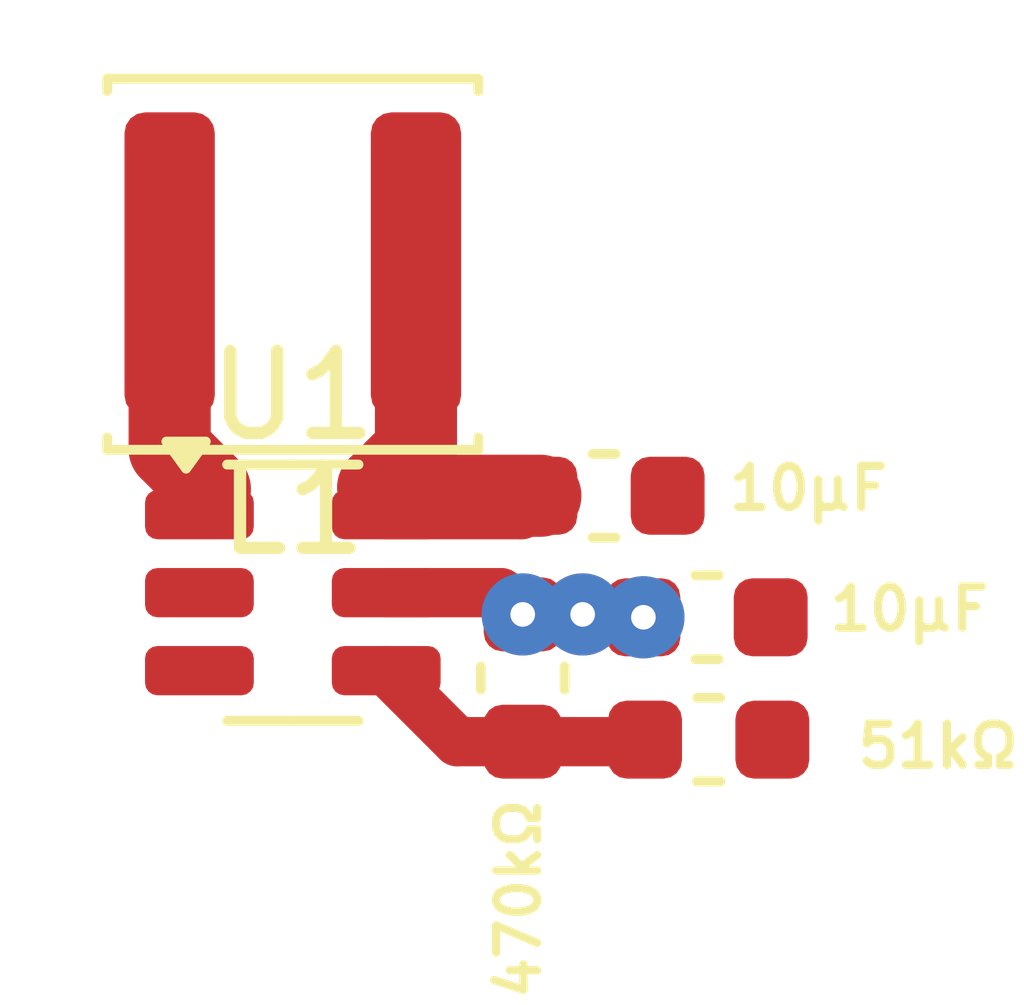
<source format=kicad_pcb>
(kicad_pcb (version 20241229) (generator "pcbnew") (generator_version "9.0")
  (layers (0 "F.Cu" signal) (2 "B.Cu" signal) (13 "F.Paste" user) (15 "B.Paste" user) (5 "F.SilkS" user "F.Silkscreen") (7 "B.SilkS" user "B.Silkscreen") (1 "F.Mask" user) (3 "B.Mask" user) (25 "Edge.Cuts" user))
  (net 0 "")
  (net 1 "RAW")
  (net 2 "GND")
  (net 3 "V_OUT")
  (net 4 "Net-(U1-SW)")
  (net 5 "Net-(U1-V_{FB})")
  (net 6 "GPIO")
  (footprint "Capacitor_SMD:C_0603_1608Metric" (layer "F.Cu") (at 153.79 98.82)
    (property "Reference" "C1" (hide yes))
    (property "Value" "10μF" (at 2.49 -0.09 0) (layer "F.SilkS") (effects (font (size 0.5 0.5) (thickness 0.1) (bold yes))))
    (fp_line (start -0.14058 -0.51) (end 0.14058 -0.51) (stroke (width 0.12)) (layer "F.SilkS"))
    (fp_line (start -0.14058 0.51) (end 0.14058 0.51) (stroke (width 0.12)) (layer "F.SilkS"))
    (pad "1" smd roundrect (at -0.775 0) (size 0.9 0.95) (layers "F.Cu" "F.Mask" "F.Paste") (net 1 "RAW"))
    (pad "2" smd roundrect (at 0.775 0) (size 0.9 0.95) (layers "F.Cu" "F.Mask" "F.Paste") (net 2 "GND"))
  )
  (footprint "Capacitor_SMD:C_0603_1608Metric" (layer "F.Cu") (at 155.065 101.79)
    (property "Reference" "R2" (hide yes))
    (property "Value" "51kΩ" (at 2.795 0.08 0) (layer "F.SilkS") (effects (font (size 0.5 0.5) (thickness 0.1) (bold yes))))
    (fp_line (start -0.14058 -0.51) (end 0.14058 -0.51) (stroke (width 0.12)) (layer "F.SilkS"))
    (fp_line (start -0.14058 0.51) (end 0.14058 0.51) (stroke (width 0.12)) (layer "F.SilkS"))
    (pad "1" smd roundrect (at -0.775 0) (size 0.9 0.95) (layers "F.Cu" "F.Mask" "F.Paste") (net 5 "Net-(U1-V_{FB})"))
    (pad "2" smd roundrect (at 0.775 0) (size 0.9 0.95) (layers "F.Cu" "F.Mask" "F.Paste") (net 2 "GND"))
  )
  (footprint "Capacitor_SMD:C_0603_1608Metric" (layer "F.Cu") (at 152.8 101.04 -90)
    (property "Reference" "R1" (hide yes))
    (property "Value" "470kΩ" (at 2.69 0.05 90) (layer "F.SilkS") (effects (font (size 0.5 0.5) (thickness 0.1) (bold yes))))
    (fp_line (start -0.14058 0.51) (end 0.14058 0.51) (stroke (width 0.12)) (layer "F.SilkS"))
    (fp_line (start -0.14058 -0.51) (end 0.14058 -0.51) (stroke (width 0.12)) (layer "F.SilkS"))
    (pad "1" smd roundrect (at -0.775 0 270) (size 0.9 0.95) (layers "F.Cu" "F.Mask" "F.Paste") (net 3 "V_OUT"))
    (pad "2" smd roundrect (at 0.775 0 270) (size 0.9 0.95) (layers "F.Cu" "F.Mask" "F.Paste") (net 5 "Net-(U1-V_{FB})"))
  )
  (footprint "Package_TO_SOT_SMD:SOT-23-6" (layer "F.Cu") (at 150 100)
    (property "Reference" "U1" (at 0 -2.4 0) (layer "F.SilkS"))
    (property "Value" "TLV61070ADBV")
    (fp_line (start 0 -1.56) (end -0.8 -1.56) (stroke (width 0.12)) (layer "F.SilkS"))
    (fp_line (start 0 -1.56) (end 0.8 -1.56) (stroke (width 0.12)) (layer "F.SilkS"))
    (fp_line (start 0 1.56) (end -0.8 1.56) (stroke (width 0.12)) (layer "F.SilkS"))
    (fp_line (start 0 1.56) (end 0.8 1.56) (stroke (width 0.12)) (layer "F.SilkS"))
    (fp_poly (pts (xy -1.3 -1.51) (xy -1.54 -1.84) (xy -1.06 -1.84)) (stroke (width 0.12)) (fill yes) (layer "F.SilkS"))
    (pad "1" smd roundrect (at -1.1375 -0.95) (size 1.325 0.6) (layers "F.Cu" "F.Mask" "F.Paste") (net 4 "Net-(U1-SW)"))
    (pad "2" smd roundrect (at -1.1375 0) (size 1.325 0.6) (layers "F.Cu" "F.Mask" "F.Paste") (net 2 "GND"))
    (pad "3" smd roundrect (at -1.1375 0.95) (size 1.325 0.6) (layers "F.Cu" "F.Mask" "F.Paste") (net 6 "GPIO"))
    (pad "4" smd roundrect (at 1.1375 0.95) (size 1.325 0.6) (layers "F.Cu" "F.Mask" "F.Paste") (net 5 "Net-(U1-V_{FB})"))
    (pad "5" smd roundrect (at 1.1375 0) (size 1.325 0.6) (layers "F.Cu" "F.Mask" "F.Paste") (net 3 "V_OUT"))
    (pad "6" smd roundrect (at 1.1375 -0.95) (size 1.325 0.6) (layers "F.Cu" "F.Mask" "F.Paste") (net 1 "RAW"))
  )
  (footprint "Capacitor_SMD:C_0603_1608Metric" (layer "F.Cu") (at 155.045 100.3)
    (property "Reference" "C2" (hide yes))
    (property "Value" "10μF" (at 2.465 -0.1 0) (layer "F.SilkS") (effects (font (size 0.5 0.5) (thickness 0.1) (bold yes))))
    (fp_line (start -0.14058 -0.51) (end 0.14058 -0.51) (stroke (width 0.12)) (layer "F.SilkS"))
    (fp_line (start -0.14058 0.51) (end 0.14058 0.51) (stroke (width 0.12)) (layer "F.SilkS"))
    (pad "1" smd roundrect (at -0.775 0) (size 0.9 0.95) (layers "F.Cu" "F.Mask" "F.Paste") (net 3 "V_OUT"))
    (pad "2" smd roundrect (at 0.775 0) (size 0.9 0.95) (layers "F.Cu" "F.Mask" "F.Paste") (net 2 "GND"))
  )
  (footprint "Inductor_SMD:L_Changjiang_FNR4030S" (layer "F.Cu") (at 150 96 180)
    (property "Reference" "L1" (at 0 -3 0) (layer "F.SilkS"))
    (property "Value" "2.2μH")
    (fp_line (start 2.26 2.26) (end 2.26 2.11) (stroke (width 0.12)) (layer "F.SilkS"))
    (fp_line (start 2.26 -2.26) (end 2.26 -2.11) (stroke (width 0.12)) (layer "F.SilkS"))
    (fp_line (start -2.26 2.26) (end 2.26 2.26) (stroke (width 0.12)) (layer "F.SilkS"))
    (fp_line (start -2.26 2.26) (end -2.26 2.11) (stroke (width 0.12)) (layer "F.SilkS"))
    (fp_line (start -2.26 -2.26) (end 2.26 -2.26) (stroke (width 0.12)) (layer "F.SilkS"))
    (fp_line (start -2.26 -2.26) (end -2.26 -2.11) (stroke (width 0.12)) (layer "F.SilkS"))
    (pad "1" smd roundrect (at -1.5 0 180) (size 1.1 3.7) (layers "F.Cu" "F.Mask" "F.Paste") (roundrect_rratio 0.227273) (net 1 "RAW"))
    (pad "2" smd roundrect (at 1.5 0 180) (size 1.1 3.7) (layers "F.Cu" "F.Mask" "F.Paste") (roundrect_rratio 0.227273) (net 4 "Net-(U1-SW)"))
  )
  (segment (start 151.1375 99.05) (end 152.785 99.05) (width 0.6) (layer "F.Cu") (net 1))
  (segment (start 151.04 98.72) (end 151.14 98.82) (width 1) (layer "F.Cu") (net 1))
  (segment (start 152.785 99.05) (end 153.015 98.82) (width 0.6) (layer "F.Cu") (net 1))
  (segment (start 151.5 96) (end 151.5 98.26) (width 1) (layer "F.Cu") (net 1))
  (segment (start 151.14 98.82) (end 153.015 98.82) (width 1) (layer "F.Cu") (net 1))
  (segment (start 151.5 98.26) (end 151.04 98.72) (width 1) (layer "F.Cu") (net 1))
  (segment (start 152.535 100) (end 152.8 100.265) (width 0.6) (layer "F.Cu") (net 3))
  (segment (start 153.53 100.265) (end 154.235 100.265) (width 0.6) (layer "F.Cu") (net 3))
  (segment (start 152.8 100.265) (end 153.53 100.265) (width 0.6) (layer "F.Cu") (net 3))
  (segment (start 151.1375 100) (end 152.535 100) (width 0.6) (layer "F.Cu") (net 3))
  (segment (start 154.235 100.265) (end 154.27 100.3) (width 0.6) (layer "F.Cu") (net 3))
  (via (at 153.53 100.265) (size 1) (drill 0.3) (layers "F.Cu" "B.Cu") (net 3))
  (via (at 152.8 100.265) (size 1) (drill 0.3) (layers "F.Cu" "B.Cu") (net 3))
  (via (at 154.27 100.3) (size 1) (drill 0.3) (layers "F.Cu" "B.Cu") (net 3))
  (segment (start 148.5 98.25) (end 148.99 98.74) (width 1) (layer "F.Cu") (net 4))
  (segment (start 148.5 96) (end 148.5 98.25) (width 1) (layer "F.Cu") (net 4))
  (segment (start 152.8 101.815) (end 154.265 101.815) (width 0.6) (layer "F.Cu") (net 5))
  (segment (start 152.0025 101.815) (end 151.1375 100.95) (width 0.6) (layer "F.Cu") (net 5))
  (segment (start 154.265 101.815) (end 154.29 101.79) (width 0.6) (layer "F.Cu") (net 5))
  (segment (start 152.8 101.815) (end 152.0025 101.815) (width 0.6) (layer "F.Cu") (net 5))
)
</source>
